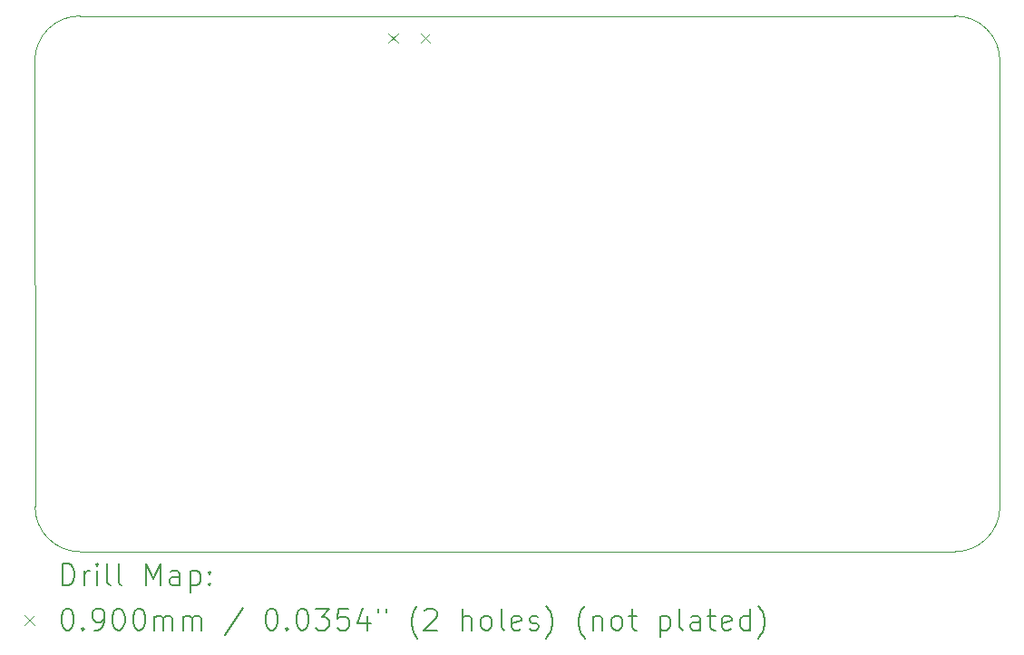
<source format=gbr>
%TF.GenerationSoftware,KiCad,Pcbnew,8.0.2*%
%TF.CreationDate,2024-05-25T11:29:21+03:00*%
%TF.ProjectId,sos_business_card,736f735f-6275-4736-996e-6573735f6361,A*%
%TF.SameCoordinates,Original*%
%TF.FileFunction,Drillmap*%
%TF.FilePolarity,Positive*%
%FSLAX45Y45*%
G04 Gerber Fmt 4.5, Leading zero omitted, Abs format (unit mm)*
G04 Created by KiCad (PCBNEW 8.0.2) date 2024-05-25 11:29:21*
%MOMM*%
%LPD*%
G01*
G04 APERTURE LIST*
%ADD10C,0.050000*%
%ADD11C,0.200000*%
%ADD12C,0.100000*%
G04 APERTURE END LIST*
D10*
X11938000Y-13857236D02*
X20104100Y-13857236D01*
X20524737Y-13436600D02*
G75*
G02*
X20104100Y-13857236I-420637J0D01*
G01*
X11936463Y-8850364D02*
X20104100Y-8850364D01*
X20104100Y-8850364D02*
G75*
G02*
X20524737Y-9271000I0J-420637D01*
G01*
X11938000Y-13857236D02*
G75*
G02*
X11517363Y-13436755I0J420637D01*
G01*
X11515827Y-9271155D02*
X11517364Y-13436755D01*
X11515827Y-9271155D02*
G75*
G02*
X11936463Y-8850367I420633J155D01*
G01*
X20524737Y-9271000D02*
X20524737Y-13436600D01*
D11*
D12*
X14816400Y-9011900D02*
X14906400Y-9101900D01*
X14906400Y-9011900D02*
X14816400Y-9101900D01*
X15116400Y-9011900D02*
X15206400Y-9101900D01*
X15206400Y-9011900D02*
X15116400Y-9101900D01*
D11*
X11774104Y-14171220D02*
X11774104Y-13971220D01*
X11774104Y-13971220D02*
X11821723Y-13971220D01*
X11821723Y-13971220D02*
X11850294Y-13980744D01*
X11850294Y-13980744D02*
X11869342Y-13999792D01*
X11869342Y-13999792D02*
X11878866Y-14018839D01*
X11878866Y-14018839D02*
X11888390Y-14056934D01*
X11888390Y-14056934D02*
X11888390Y-14085506D01*
X11888390Y-14085506D02*
X11878866Y-14123601D01*
X11878866Y-14123601D02*
X11869342Y-14142649D01*
X11869342Y-14142649D02*
X11850294Y-14161696D01*
X11850294Y-14161696D02*
X11821723Y-14171220D01*
X11821723Y-14171220D02*
X11774104Y-14171220D01*
X11974104Y-14171220D02*
X11974104Y-14037887D01*
X11974104Y-14075982D02*
X11983628Y-14056934D01*
X11983628Y-14056934D02*
X11993151Y-14047411D01*
X11993151Y-14047411D02*
X12012199Y-14037887D01*
X12012199Y-14037887D02*
X12031247Y-14037887D01*
X12097913Y-14171220D02*
X12097913Y-14037887D01*
X12097913Y-13971220D02*
X12088390Y-13980744D01*
X12088390Y-13980744D02*
X12097913Y-13990268D01*
X12097913Y-13990268D02*
X12107437Y-13980744D01*
X12107437Y-13980744D02*
X12097913Y-13971220D01*
X12097913Y-13971220D02*
X12097913Y-13990268D01*
X12221723Y-14171220D02*
X12202675Y-14161696D01*
X12202675Y-14161696D02*
X12193151Y-14142649D01*
X12193151Y-14142649D02*
X12193151Y-13971220D01*
X12326485Y-14171220D02*
X12307437Y-14161696D01*
X12307437Y-14161696D02*
X12297913Y-14142649D01*
X12297913Y-14142649D02*
X12297913Y-13971220D01*
X12555056Y-14171220D02*
X12555056Y-13971220D01*
X12555056Y-13971220D02*
X12621723Y-14114077D01*
X12621723Y-14114077D02*
X12688390Y-13971220D01*
X12688390Y-13971220D02*
X12688390Y-14171220D01*
X12869342Y-14171220D02*
X12869342Y-14066458D01*
X12869342Y-14066458D02*
X12859818Y-14047411D01*
X12859818Y-14047411D02*
X12840771Y-14037887D01*
X12840771Y-14037887D02*
X12802675Y-14037887D01*
X12802675Y-14037887D02*
X12783628Y-14047411D01*
X12869342Y-14161696D02*
X12850294Y-14171220D01*
X12850294Y-14171220D02*
X12802675Y-14171220D01*
X12802675Y-14171220D02*
X12783628Y-14161696D01*
X12783628Y-14161696D02*
X12774104Y-14142649D01*
X12774104Y-14142649D02*
X12774104Y-14123601D01*
X12774104Y-14123601D02*
X12783628Y-14104554D01*
X12783628Y-14104554D02*
X12802675Y-14095030D01*
X12802675Y-14095030D02*
X12850294Y-14095030D01*
X12850294Y-14095030D02*
X12869342Y-14085506D01*
X12964580Y-14037887D02*
X12964580Y-14237887D01*
X12964580Y-14047411D02*
X12983628Y-14037887D01*
X12983628Y-14037887D02*
X13021723Y-14037887D01*
X13021723Y-14037887D02*
X13040771Y-14047411D01*
X13040771Y-14047411D02*
X13050294Y-14056934D01*
X13050294Y-14056934D02*
X13059818Y-14075982D01*
X13059818Y-14075982D02*
X13059818Y-14133125D01*
X13059818Y-14133125D02*
X13050294Y-14152173D01*
X13050294Y-14152173D02*
X13040771Y-14161696D01*
X13040771Y-14161696D02*
X13021723Y-14171220D01*
X13021723Y-14171220D02*
X12983628Y-14171220D01*
X12983628Y-14171220D02*
X12964580Y-14161696D01*
X13145532Y-14152173D02*
X13155056Y-14161696D01*
X13155056Y-14161696D02*
X13145532Y-14171220D01*
X13145532Y-14171220D02*
X13136009Y-14161696D01*
X13136009Y-14161696D02*
X13145532Y-14152173D01*
X13145532Y-14152173D02*
X13145532Y-14171220D01*
X13145532Y-14047411D02*
X13155056Y-14056934D01*
X13155056Y-14056934D02*
X13145532Y-14066458D01*
X13145532Y-14066458D02*
X13136009Y-14056934D01*
X13136009Y-14056934D02*
X13145532Y-14047411D01*
X13145532Y-14047411D02*
X13145532Y-14066458D01*
D12*
X11423327Y-14454736D02*
X11513327Y-14544736D01*
X11513327Y-14454736D02*
X11423327Y-14544736D01*
D11*
X11812199Y-14391220D02*
X11831247Y-14391220D01*
X11831247Y-14391220D02*
X11850294Y-14400744D01*
X11850294Y-14400744D02*
X11859818Y-14410268D01*
X11859818Y-14410268D02*
X11869342Y-14429315D01*
X11869342Y-14429315D02*
X11878866Y-14467411D01*
X11878866Y-14467411D02*
X11878866Y-14515030D01*
X11878866Y-14515030D02*
X11869342Y-14553125D01*
X11869342Y-14553125D02*
X11859818Y-14572173D01*
X11859818Y-14572173D02*
X11850294Y-14581696D01*
X11850294Y-14581696D02*
X11831247Y-14591220D01*
X11831247Y-14591220D02*
X11812199Y-14591220D01*
X11812199Y-14591220D02*
X11793151Y-14581696D01*
X11793151Y-14581696D02*
X11783628Y-14572173D01*
X11783628Y-14572173D02*
X11774104Y-14553125D01*
X11774104Y-14553125D02*
X11764580Y-14515030D01*
X11764580Y-14515030D02*
X11764580Y-14467411D01*
X11764580Y-14467411D02*
X11774104Y-14429315D01*
X11774104Y-14429315D02*
X11783628Y-14410268D01*
X11783628Y-14410268D02*
X11793151Y-14400744D01*
X11793151Y-14400744D02*
X11812199Y-14391220D01*
X11964580Y-14572173D02*
X11974104Y-14581696D01*
X11974104Y-14581696D02*
X11964580Y-14591220D01*
X11964580Y-14591220D02*
X11955056Y-14581696D01*
X11955056Y-14581696D02*
X11964580Y-14572173D01*
X11964580Y-14572173D02*
X11964580Y-14591220D01*
X12069342Y-14591220D02*
X12107437Y-14591220D01*
X12107437Y-14591220D02*
X12126485Y-14581696D01*
X12126485Y-14581696D02*
X12136009Y-14572173D01*
X12136009Y-14572173D02*
X12155056Y-14543601D01*
X12155056Y-14543601D02*
X12164580Y-14505506D01*
X12164580Y-14505506D02*
X12164580Y-14429315D01*
X12164580Y-14429315D02*
X12155056Y-14410268D01*
X12155056Y-14410268D02*
X12145532Y-14400744D01*
X12145532Y-14400744D02*
X12126485Y-14391220D01*
X12126485Y-14391220D02*
X12088390Y-14391220D01*
X12088390Y-14391220D02*
X12069342Y-14400744D01*
X12069342Y-14400744D02*
X12059818Y-14410268D01*
X12059818Y-14410268D02*
X12050294Y-14429315D01*
X12050294Y-14429315D02*
X12050294Y-14476934D01*
X12050294Y-14476934D02*
X12059818Y-14495982D01*
X12059818Y-14495982D02*
X12069342Y-14505506D01*
X12069342Y-14505506D02*
X12088390Y-14515030D01*
X12088390Y-14515030D02*
X12126485Y-14515030D01*
X12126485Y-14515030D02*
X12145532Y-14505506D01*
X12145532Y-14505506D02*
X12155056Y-14495982D01*
X12155056Y-14495982D02*
X12164580Y-14476934D01*
X12288390Y-14391220D02*
X12307437Y-14391220D01*
X12307437Y-14391220D02*
X12326485Y-14400744D01*
X12326485Y-14400744D02*
X12336009Y-14410268D01*
X12336009Y-14410268D02*
X12345532Y-14429315D01*
X12345532Y-14429315D02*
X12355056Y-14467411D01*
X12355056Y-14467411D02*
X12355056Y-14515030D01*
X12355056Y-14515030D02*
X12345532Y-14553125D01*
X12345532Y-14553125D02*
X12336009Y-14572173D01*
X12336009Y-14572173D02*
X12326485Y-14581696D01*
X12326485Y-14581696D02*
X12307437Y-14591220D01*
X12307437Y-14591220D02*
X12288390Y-14591220D01*
X12288390Y-14591220D02*
X12269342Y-14581696D01*
X12269342Y-14581696D02*
X12259818Y-14572173D01*
X12259818Y-14572173D02*
X12250294Y-14553125D01*
X12250294Y-14553125D02*
X12240771Y-14515030D01*
X12240771Y-14515030D02*
X12240771Y-14467411D01*
X12240771Y-14467411D02*
X12250294Y-14429315D01*
X12250294Y-14429315D02*
X12259818Y-14410268D01*
X12259818Y-14410268D02*
X12269342Y-14400744D01*
X12269342Y-14400744D02*
X12288390Y-14391220D01*
X12478866Y-14391220D02*
X12497913Y-14391220D01*
X12497913Y-14391220D02*
X12516961Y-14400744D01*
X12516961Y-14400744D02*
X12526485Y-14410268D01*
X12526485Y-14410268D02*
X12536009Y-14429315D01*
X12536009Y-14429315D02*
X12545532Y-14467411D01*
X12545532Y-14467411D02*
X12545532Y-14515030D01*
X12545532Y-14515030D02*
X12536009Y-14553125D01*
X12536009Y-14553125D02*
X12526485Y-14572173D01*
X12526485Y-14572173D02*
X12516961Y-14581696D01*
X12516961Y-14581696D02*
X12497913Y-14591220D01*
X12497913Y-14591220D02*
X12478866Y-14591220D01*
X12478866Y-14591220D02*
X12459818Y-14581696D01*
X12459818Y-14581696D02*
X12450294Y-14572173D01*
X12450294Y-14572173D02*
X12440771Y-14553125D01*
X12440771Y-14553125D02*
X12431247Y-14515030D01*
X12431247Y-14515030D02*
X12431247Y-14467411D01*
X12431247Y-14467411D02*
X12440771Y-14429315D01*
X12440771Y-14429315D02*
X12450294Y-14410268D01*
X12450294Y-14410268D02*
X12459818Y-14400744D01*
X12459818Y-14400744D02*
X12478866Y-14391220D01*
X12631247Y-14591220D02*
X12631247Y-14457887D01*
X12631247Y-14476934D02*
X12640771Y-14467411D01*
X12640771Y-14467411D02*
X12659818Y-14457887D01*
X12659818Y-14457887D02*
X12688390Y-14457887D01*
X12688390Y-14457887D02*
X12707437Y-14467411D01*
X12707437Y-14467411D02*
X12716961Y-14486458D01*
X12716961Y-14486458D02*
X12716961Y-14591220D01*
X12716961Y-14486458D02*
X12726485Y-14467411D01*
X12726485Y-14467411D02*
X12745532Y-14457887D01*
X12745532Y-14457887D02*
X12774104Y-14457887D01*
X12774104Y-14457887D02*
X12793152Y-14467411D01*
X12793152Y-14467411D02*
X12802675Y-14486458D01*
X12802675Y-14486458D02*
X12802675Y-14591220D01*
X12897913Y-14591220D02*
X12897913Y-14457887D01*
X12897913Y-14476934D02*
X12907437Y-14467411D01*
X12907437Y-14467411D02*
X12926485Y-14457887D01*
X12926485Y-14457887D02*
X12955056Y-14457887D01*
X12955056Y-14457887D02*
X12974104Y-14467411D01*
X12974104Y-14467411D02*
X12983628Y-14486458D01*
X12983628Y-14486458D02*
X12983628Y-14591220D01*
X12983628Y-14486458D02*
X12993152Y-14467411D01*
X12993152Y-14467411D02*
X13012199Y-14457887D01*
X13012199Y-14457887D02*
X13040771Y-14457887D01*
X13040771Y-14457887D02*
X13059818Y-14467411D01*
X13059818Y-14467411D02*
X13069342Y-14486458D01*
X13069342Y-14486458D02*
X13069342Y-14591220D01*
X13459818Y-14381696D02*
X13288390Y-14638839D01*
X13716961Y-14391220D02*
X13736009Y-14391220D01*
X13736009Y-14391220D02*
X13755056Y-14400744D01*
X13755056Y-14400744D02*
X13764580Y-14410268D01*
X13764580Y-14410268D02*
X13774104Y-14429315D01*
X13774104Y-14429315D02*
X13783628Y-14467411D01*
X13783628Y-14467411D02*
X13783628Y-14515030D01*
X13783628Y-14515030D02*
X13774104Y-14553125D01*
X13774104Y-14553125D02*
X13764580Y-14572173D01*
X13764580Y-14572173D02*
X13755056Y-14581696D01*
X13755056Y-14581696D02*
X13736009Y-14591220D01*
X13736009Y-14591220D02*
X13716961Y-14591220D01*
X13716961Y-14591220D02*
X13697914Y-14581696D01*
X13697914Y-14581696D02*
X13688390Y-14572173D01*
X13688390Y-14572173D02*
X13678866Y-14553125D01*
X13678866Y-14553125D02*
X13669342Y-14515030D01*
X13669342Y-14515030D02*
X13669342Y-14467411D01*
X13669342Y-14467411D02*
X13678866Y-14429315D01*
X13678866Y-14429315D02*
X13688390Y-14410268D01*
X13688390Y-14410268D02*
X13697914Y-14400744D01*
X13697914Y-14400744D02*
X13716961Y-14391220D01*
X13869342Y-14572173D02*
X13878866Y-14581696D01*
X13878866Y-14581696D02*
X13869342Y-14591220D01*
X13869342Y-14591220D02*
X13859818Y-14581696D01*
X13859818Y-14581696D02*
X13869342Y-14572173D01*
X13869342Y-14572173D02*
X13869342Y-14591220D01*
X14002675Y-14391220D02*
X14021723Y-14391220D01*
X14021723Y-14391220D02*
X14040771Y-14400744D01*
X14040771Y-14400744D02*
X14050295Y-14410268D01*
X14050295Y-14410268D02*
X14059818Y-14429315D01*
X14059818Y-14429315D02*
X14069342Y-14467411D01*
X14069342Y-14467411D02*
X14069342Y-14515030D01*
X14069342Y-14515030D02*
X14059818Y-14553125D01*
X14059818Y-14553125D02*
X14050295Y-14572173D01*
X14050295Y-14572173D02*
X14040771Y-14581696D01*
X14040771Y-14581696D02*
X14021723Y-14591220D01*
X14021723Y-14591220D02*
X14002675Y-14591220D01*
X14002675Y-14591220D02*
X13983628Y-14581696D01*
X13983628Y-14581696D02*
X13974104Y-14572173D01*
X13974104Y-14572173D02*
X13964580Y-14553125D01*
X13964580Y-14553125D02*
X13955056Y-14515030D01*
X13955056Y-14515030D02*
X13955056Y-14467411D01*
X13955056Y-14467411D02*
X13964580Y-14429315D01*
X13964580Y-14429315D02*
X13974104Y-14410268D01*
X13974104Y-14410268D02*
X13983628Y-14400744D01*
X13983628Y-14400744D02*
X14002675Y-14391220D01*
X14136009Y-14391220D02*
X14259818Y-14391220D01*
X14259818Y-14391220D02*
X14193152Y-14467411D01*
X14193152Y-14467411D02*
X14221723Y-14467411D01*
X14221723Y-14467411D02*
X14240771Y-14476934D01*
X14240771Y-14476934D02*
X14250295Y-14486458D01*
X14250295Y-14486458D02*
X14259818Y-14505506D01*
X14259818Y-14505506D02*
X14259818Y-14553125D01*
X14259818Y-14553125D02*
X14250295Y-14572173D01*
X14250295Y-14572173D02*
X14240771Y-14581696D01*
X14240771Y-14581696D02*
X14221723Y-14591220D01*
X14221723Y-14591220D02*
X14164580Y-14591220D01*
X14164580Y-14591220D02*
X14145533Y-14581696D01*
X14145533Y-14581696D02*
X14136009Y-14572173D01*
X14440771Y-14391220D02*
X14345533Y-14391220D01*
X14345533Y-14391220D02*
X14336009Y-14486458D01*
X14336009Y-14486458D02*
X14345533Y-14476934D01*
X14345533Y-14476934D02*
X14364580Y-14467411D01*
X14364580Y-14467411D02*
X14412199Y-14467411D01*
X14412199Y-14467411D02*
X14431247Y-14476934D01*
X14431247Y-14476934D02*
X14440771Y-14486458D01*
X14440771Y-14486458D02*
X14450295Y-14505506D01*
X14450295Y-14505506D02*
X14450295Y-14553125D01*
X14450295Y-14553125D02*
X14440771Y-14572173D01*
X14440771Y-14572173D02*
X14431247Y-14581696D01*
X14431247Y-14581696D02*
X14412199Y-14591220D01*
X14412199Y-14591220D02*
X14364580Y-14591220D01*
X14364580Y-14591220D02*
X14345533Y-14581696D01*
X14345533Y-14581696D02*
X14336009Y-14572173D01*
X14621723Y-14457887D02*
X14621723Y-14591220D01*
X14574104Y-14381696D02*
X14526485Y-14524554D01*
X14526485Y-14524554D02*
X14650295Y-14524554D01*
X14716961Y-14391220D02*
X14716961Y-14429315D01*
X14793152Y-14391220D02*
X14793152Y-14429315D01*
X15088390Y-14667411D02*
X15078866Y-14657887D01*
X15078866Y-14657887D02*
X15059818Y-14629315D01*
X15059818Y-14629315D02*
X15050295Y-14610268D01*
X15050295Y-14610268D02*
X15040771Y-14581696D01*
X15040771Y-14581696D02*
X15031247Y-14534077D01*
X15031247Y-14534077D02*
X15031247Y-14495982D01*
X15031247Y-14495982D02*
X15040771Y-14448363D01*
X15040771Y-14448363D02*
X15050295Y-14419792D01*
X15050295Y-14419792D02*
X15059818Y-14400744D01*
X15059818Y-14400744D02*
X15078866Y-14372173D01*
X15078866Y-14372173D02*
X15088390Y-14362649D01*
X15155057Y-14410268D02*
X15164580Y-14400744D01*
X15164580Y-14400744D02*
X15183628Y-14391220D01*
X15183628Y-14391220D02*
X15231247Y-14391220D01*
X15231247Y-14391220D02*
X15250295Y-14400744D01*
X15250295Y-14400744D02*
X15259818Y-14410268D01*
X15259818Y-14410268D02*
X15269342Y-14429315D01*
X15269342Y-14429315D02*
X15269342Y-14448363D01*
X15269342Y-14448363D02*
X15259818Y-14476934D01*
X15259818Y-14476934D02*
X15145533Y-14591220D01*
X15145533Y-14591220D02*
X15269342Y-14591220D01*
X15507438Y-14591220D02*
X15507438Y-14391220D01*
X15593152Y-14591220D02*
X15593152Y-14486458D01*
X15593152Y-14486458D02*
X15583628Y-14467411D01*
X15583628Y-14467411D02*
X15564580Y-14457887D01*
X15564580Y-14457887D02*
X15536009Y-14457887D01*
X15536009Y-14457887D02*
X15516961Y-14467411D01*
X15516961Y-14467411D02*
X15507438Y-14476934D01*
X15716961Y-14591220D02*
X15697914Y-14581696D01*
X15697914Y-14581696D02*
X15688390Y-14572173D01*
X15688390Y-14572173D02*
X15678866Y-14553125D01*
X15678866Y-14553125D02*
X15678866Y-14495982D01*
X15678866Y-14495982D02*
X15688390Y-14476934D01*
X15688390Y-14476934D02*
X15697914Y-14467411D01*
X15697914Y-14467411D02*
X15716961Y-14457887D01*
X15716961Y-14457887D02*
X15745533Y-14457887D01*
X15745533Y-14457887D02*
X15764580Y-14467411D01*
X15764580Y-14467411D02*
X15774104Y-14476934D01*
X15774104Y-14476934D02*
X15783628Y-14495982D01*
X15783628Y-14495982D02*
X15783628Y-14553125D01*
X15783628Y-14553125D02*
X15774104Y-14572173D01*
X15774104Y-14572173D02*
X15764580Y-14581696D01*
X15764580Y-14581696D02*
X15745533Y-14591220D01*
X15745533Y-14591220D02*
X15716961Y-14591220D01*
X15897914Y-14591220D02*
X15878866Y-14581696D01*
X15878866Y-14581696D02*
X15869342Y-14562649D01*
X15869342Y-14562649D02*
X15869342Y-14391220D01*
X16050295Y-14581696D02*
X16031247Y-14591220D01*
X16031247Y-14591220D02*
X15993152Y-14591220D01*
X15993152Y-14591220D02*
X15974104Y-14581696D01*
X15974104Y-14581696D02*
X15964580Y-14562649D01*
X15964580Y-14562649D02*
X15964580Y-14486458D01*
X15964580Y-14486458D02*
X15974104Y-14467411D01*
X15974104Y-14467411D02*
X15993152Y-14457887D01*
X15993152Y-14457887D02*
X16031247Y-14457887D01*
X16031247Y-14457887D02*
X16050295Y-14467411D01*
X16050295Y-14467411D02*
X16059819Y-14486458D01*
X16059819Y-14486458D02*
X16059819Y-14505506D01*
X16059819Y-14505506D02*
X15964580Y-14524554D01*
X16136009Y-14581696D02*
X16155057Y-14591220D01*
X16155057Y-14591220D02*
X16193152Y-14591220D01*
X16193152Y-14591220D02*
X16212200Y-14581696D01*
X16212200Y-14581696D02*
X16221723Y-14562649D01*
X16221723Y-14562649D02*
X16221723Y-14553125D01*
X16221723Y-14553125D02*
X16212200Y-14534077D01*
X16212200Y-14534077D02*
X16193152Y-14524554D01*
X16193152Y-14524554D02*
X16164580Y-14524554D01*
X16164580Y-14524554D02*
X16145533Y-14515030D01*
X16145533Y-14515030D02*
X16136009Y-14495982D01*
X16136009Y-14495982D02*
X16136009Y-14486458D01*
X16136009Y-14486458D02*
X16145533Y-14467411D01*
X16145533Y-14467411D02*
X16164580Y-14457887D01*
X16164580Y-14457887D02*
X16193152Y-14457887D01*
X16193152Y-14457887D02*
X16212200Y-14467411D01*
X16288390Y-14667411D02*
X16297914Y-14657887D01*
X16297914Y-14657887D02*
X16316961Y-14629315D01*
X16316961Y-14629315D02*
X16326485Y-14610268D01*
X16326485Y-14610268D02*
X16336009Y-14581696D01*
X16336009Y-14581696D02*
X16345533Y-14534077D01*
X16345533Y-14534077D02*
X16345533Y-14495982D01*
X16345533Y-14495982D02*
X16336009Y-14448363D01*
X16336009Y-14448363D02*
X16326485Y-14419792D01*
X16326485Y-14419792D02*
X16316961Y-14400744D01*
X16316961Y-14400744D02*
X16297914Y-14372173D01*
X16297914Y-14372173D02*
X16288390Y-14362649D01*
X16650295Y-14667411D02*
X16640771Y-14657887D01*
X16640771Y-14657887D02*
X16621723Y-14629315D01*
X16621723Y-14629315D02*
X16612200Y-14610268D01*
X16612200Y-14610268D02*
X16602676Y-14581696D01*
X16602676Y-14581696D02*
X16593152Y-14534077D01*
X16593152Y-14534077D02*
X16593152Y-14495982D01*
X16593152Y-14495982D02*
X16602676Y-14448363D01*
X16602676Y-14448363D02*
X16612200Y-14419792D01*
X16612200Y-14419792D02*
X16621723Y-14400744D01*
X16621723Y-14400744D02*
X16640771Y-14372173D01*
X16640771Y-14372173D02*
X16650295Y-14362649D01*
X16726485Y-14457887D02*
X16726485Y-14591220D01*
X16726485Y-14476934D02*
X16736009Y-14467411D01*
X16736009Y-14467411D02*
X16755057Y-14457887D01*
X16755057Y-14457887D02*
X16783628Y-14457887D01*
X16783628Y-14457887D02*
X16802676Y-14467411D01*
X16802676Y-14467411D02*
X16812200Y-14486458D01*
X16812200Y-14486458D02*
X16812200Y-14591220D01*
X16936009Y-14591220D02*
X16916962Y-14581696D01*
X16916962Y-14581696D02*
X16907438Y-14572173D01*
X16907438Y-14572173D02*
X16897914Y-14553125D01*
X16897914Y-14553125D02*
X16897914Y-14495982D01*
X16897914Y-14495982D02*
X16907438Y-14476934D01*
X16907438Y-14476934D02*
X16916962Y-14467411D01*
X16916962Y-14467411D02*
X16936009Y-14457887D01*
X16936009Y-14457887D02*
X16964581Y-14457887D01*
X16964581Y-14457887D02*
X16983628Y-14467411D01*
X16983628Y-14467411D02*
X16993152Y-14476934D01*
X16993152Y-14476934D02*
X17002676Y-14495982D01*
X17002676Y-14495982D02*
X17002676Y-14553125D01*
X17002676Y-14553125D02*
X16993152Y-14572173D01*
X16993152Y-14572173D02*
X16983628Y-14581696D01*
X16983628Y-14581696D02*
X16964581Y-14591220D01*
X16964581Y-14591220D02*
X16936009Y-14591220D01*
X17059819Y-14457887D02*
X17136009Y-14457887D01*
X17088390Y-14391220D02*
X17088390Y-14562649D01*
X17088390Y-14562649D02*
X17097914Y-14581696D01*
X17097914Y-14581696D02*
X17116962Y-14591220D01*
X17116962Y-14591220D02*
X17136009Y-14591220D01*
X17355057Y-14457887D02*
X17355057Y-14657887D01*
X17355057Y-14467411D02*
X17374104Y-14457887D01*
X17374104Y-14457887D02*
X17412200Y-14457887D01*
X17412200Y-14457887D02*
X17431247Y-14467411D01*
X17431247Y-14467411D02*
X17440771Y-14476934D01*
X17440771Y-14476934D02*
X17450295Y-14495982D01*
X17450295Y-14495982D02*
X17450295Y-14553125D01*
X17450295Y-14553125D02*
X17440771Y-14572173D01*
X17440771Y-14572173D02*
X17431247Y-14581696D01*
X17431247Y-14581696D02*
X17412200Y-14591220D01*
X17412200Y-14591220D02*
X17374104Y-14591220D01*
X17374104Y-14591220D02*
X17355057Y-14581696D01*
X17564581Y-14591220D02*
X17545533Y-14581696D01*
X17545533Y-14581696D02*
X17536009Y-14562649D01*
X17536009Y-14562649D02*
X17536009Y-14391220D01*
X17726485Y-14591220D02*
X17726485Y-14486458D01*
X17726485Y-14486458D02*
X17716962Y-14467411D01*
X17716962Y-14467411D02*
X17697914Y-14457887D01*
X17697914Y-14457887D02*
X17659819Y-14457887D01*
X17659819Y-14457887D02*
X17640771Y-14467411D01*
X17726485Y-14581696D02*
X17707438Y-14591220D01*
X17707438Y-14591220D02*
X17659819Y-14591220D01*
X17659819Y-14591220D02*
X17640771Y-14581696D01*
X17640771Y-14581696D02*
X17631247Y-14562649D01*
X17631247Y-14562649D02*
X17631247Y-14543601D01*
X17631247Y-14543601D02*
X17640771Y-14524554D01*
X17640771Y-14524554D02*
X17659819Y-14515030D01*
X17659819Y-14515030D02*
X17707438Y-14515030D01*
X17707438Y-14515030D02*
X17726485Y-14505506D01*
X17793152Y-14457887D02*
X17869343Y-14457887D01*
X17821724Y-14391220D02*
X17821724Y-14562649D01*
X17821724Y-14562649D02*
X17831247Y-14581696D01*
X17831247Y-14581696D02*
X17850295Y-14591220D01*
X17850295Y-14591220D02*
X17869343Y-14591220D01*
X18012200Y-14581696D02*
X17993152Y-14591220D01*
X17993152Y-14591220D02*
X17955057Y-14591220D01*
X17955057Y-14591220D02*
X17936009Y-14581696D01*
X17936009Y-14581696D02*
X17926485Y-14562649D01*
X17926485Y-14562649D02*
X17926485Y-14486458D01*
X17926485Y-14486458D02*
X17936009Y-14467411D01*
X17936009Y-14467411D02*
X17955057Y-14457887D01*
X17955057Y-14457887D02*
X17993152Y-14457887D01*
X17993152Y-14457887D02*
X18012200Y-14467411D01*
X18012200Y-14467411D02*
X18021724Y-14486458D01*
X18021724Y-14486458D02*
X18021724Y-14505506D01*
X18021724Y-14505506D02*
X17926485Y-14524554D01*
X18193152Y-14591220D02*
X18193152Y-14391220D01*
X18193152Y-14581696D02*
X18174105Y-14591220D01*
X18174105Y-14591220D02*
X18136009Y-14591220D01*
X18136009Y-14591220D02*
X18116962Y-14581696D01*
X18116962Y-14581696D02*
X18107438Y-14572173D01*
X18107438Y-14572173D02*
X18097914Y-14553125D01*
X18097914Y-14553125D02*
X18097914Y-14495982D01*
X18097914Y-14495982D02*
X18107438Y-14476934D01*
X18107438Y-14476934D02*
X18116962Y-14467411D01*
X18116962Y-14467411D02*
X18136009Y-14457887D01*
X18136009Y-14457887D02*
X18174105Y-14457887D01*
X18174105Y-14457887D02*
X18193152Y-14467411D01*
X18269343Y-14667411D02*
X18278866Y-14657887D01*
X18278866Y-14657887D02*
X18297914Y-14629315D01*
X18297914Y-14629315D02*
X18307438Y-14610268D01*
X18307438Y-14610268D02*
X18316962Y-14581696D01*
X18316962Y-14581696D02*
X18326485Y-14534077D01*
X18326485Y-14534077D02*
X18326485Y-14495982D01*
X18326485Y-14495982D02*
X18316962Y-14448363D01*
X18316962Y-14448363D02*
X18307438Y-14419792D01*
X18307438Y-14419792D02*
X18297914Y-14400744D01*
X18297914Y-14400744D02*
X18278866Y-14372173D01*
X18278866Y-14372173D02*
X18269343Y-14362649D01*
M02*

</source>
